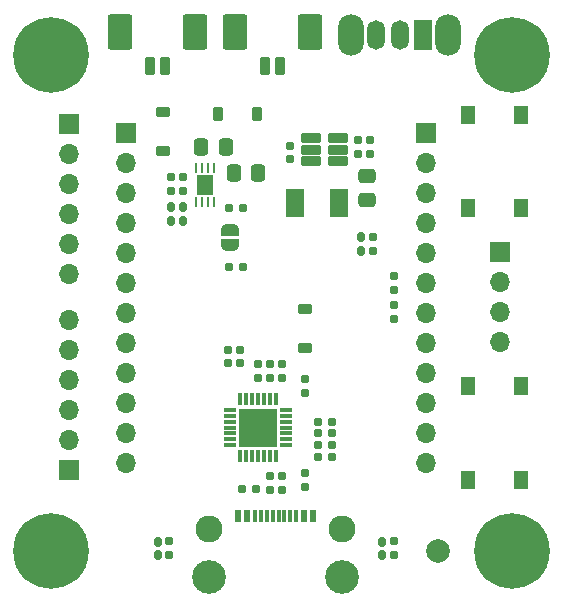
<source format=gbr>
%TF.GenerationSoftware,KiCad,Pcbnew,8.0.3*%
%TF.CreationDate,2024-10-16T20:56:53-05:00*%
%TF.ProjectId,BB-STM32 Dev Board,42422d53-544d-4333-9220-44657620426f,0*%
%TF.SameCoordinates,Original*%
%TF.FileFunction,Soldermask,Top*%
%TF.FilePolarity,Negative*%
%FSLAX46Y46*%
G04 Gerber Fmt 4.6, Leading zero omitted, Abs format (unit mm)*
G04 Created by KiCad (PCBNEW 8.0.3) date 2024-10-16 20:56:53*
%MOMM*%
%LPD*%
G01*
G04 APERTURE LIST*
G04 Aperture macros list*
%AMRoundRect*
0 Rectangle with rounded corners*
0 $1 Rounding radius*
0 $2 $3 $4 $5 $6 $7 $8 $9 X,Y pos of 4 corners*
0 Add a 4 corners polygon primitive as box body*
4,1,4,$2,$3,$4,$5,$6,$7,$8,$9,$2,$3,0*
0 Add four circle primitives for the rounded corners*
1,1,$1+$1,$2,$3*
1,1,$1+$1,$4,$5*
1,1,$1+$1,$6,$7*
1,1,$1+$1,$8,$9*
0 Add four rect primitives between the rounded corners*
20,1,$1+$1,$2,$3,$4,$5,0*
20,1,$1+$1,$4,$5,$6,$7,0*
20,1,$1+$1,$6,$7,$8,$9,0*
20,1,$1+$1,$8,$9,$2,$3,0*%
%AMFreePoly0*
4,1,19,0.500000,-0.750000,0.000000,-0.750000,0.000000,-0.744911,-0.071157,-0.744911,-0.207708,-0.704816,-0.327430,-0.627875,-0.420627,-0.520320,-0.479746,-0.390866,-0.500000,-0.250000,-0.500000,0.250000,-0.479746,0.390866,-0.420627,0.520320,-0.327430,0.627875,-0.207708,0.704816,-0.071157,0.744911,0.000000,0.744911,0.000000,0.750000,0.500000,0.750000,0.500000,-0.750000,0.500000,-0.750000,
$1*%
%AMFreePoly1*
4,1,19,0.000000,0.744911,0.071157,0.744911,0.207708,0.704816,0.327430,0.627875,0.420627,0.520320,0.479746,0.390866,0.500000,0.250000,0.500000,-0.250000,0.479746,-0.390866,0.420627,-0.520320,0.327430,-0.627875,0.207708,-0.704816,0.071157,-0.744911,0.000000,-0.744911,0.000000,-0.750000,-0.500000,-0.750000,-0.500000,0.750000,0.000000,0.750000,0.000000,0.744911,0.000000,0.744911,
$1*%
G04 Aperture macros list end*
%ADD10R,1.700000X1.700000*%
%ADD11O,1.700000X1.700000*%
%ADD12RoundRect,0.062500X-0.062500X0.337500X-0.062500X-0.337500X0.062500X-0.337500X0.062500X0.337500X0*%
%ADD13R,1.400000X1.700000*%
%ADD14R,1.500000X2.400000*%
%ADD15RoundRect,0.250000X-0.337500X-0.475000X0.337500X-0.475000X0.337500X0.475000X-0.337500X0.475000X0*%
%ADD16RoundRect,0.099250X-0.727750X-0.297750X0.727750X-0.297750X0.727750X0.297750X-0.727750X0.297750X0*%
%ADD17C,2.280000*%
%ADD18C,2.850000*%
%ADD19R,0.300000X1.100000*%
%ADD20R,0.600000X1.100000*%
%ADD21R,0.300000X1.000000*%
%ADD22R,1.000000X0.300000*%
%ADD23R,3.300000X3.300000*%
%ADD24O,1.500000X2.500000*%
%ADD25R,1.500000X2.500000*%
%ADD26O,2.200000X3.500000*%
%ADD27RoundRect,0.160000X0.160000X-0.197500X0.160000X0.197500X-0.160000X0.197500X-0.160000X-0.197500X0*%
%ADD28RoundRect,0.225000X-0.375000X0.225000X-0.375000X-0.225000X0.375000X-0.225000X0.375000X0.225000X0*%
%ADD29RoundRect,0.225000X-0.225000X-0.375000X0.225000X-0.375000X0.225000X0.375000X-0.225000X0.375000X0*%
%ADD30RoundRect,0.160000X-0.160000X0.197500X-0.160000X-0.197500X0.160000X-0.197500X0.160000X0.197500X0*%
%ADD31R,1.300000X1.550000*%
%ADD32RoundRect,0.160000X-0.160000X0.222500X-0.160000X-0.222500X0.160000X-0.222500X0.160000X0.222500X0*%
%ADD33RoundRect,0.155000X-0.212500X-0.155000X0.212500X-0.155000X0.212500X0.155000X-0.212500X0.155000X0*%
%ADD34RoundRect,0.160000X0.160000X-0.222500X0.160000X0.222500X-0.160000X0.222500X-0.160000X-0.222500X0*%
%ADD35RoundRect,0.200000X0.200000X0.600000X-0.200000X0.600000X-0.200000X-0.600000X0.200000X-0.600000X0*%
%ADD36RoundRect,0.250001X0.799999X1.249999X-0.799999X1.249999X-0.799999X-1.249999X0.799999X-1.249999X0*%
%ADD37C,2.000000*%
%ADD38RoundRect,0.155000X0.155000X-0.212500X0.155000X0.212500X-0.155000X0.212500X-0.155000X-0.212500X0*%
%ADD39RoundRect,0.155000X-0.155000X0.212500X-0.155000X-0.212500X0.155000X-0.212500X0.155000X0.212500X0*%
%ADD40C,3.600000*%
%ADD41C,6.400000*%
%ADD42RoundRect,0.160000X-0.197500X-0.160000X0.197500X-0.160000X0.197500X0.160000X-0.197500X0.160000X0*%
%ADD43FreePoly0,270.000000*%
%ADD44FreePoly1,270.000000*%
%ADD45RoundRect,0.250000X-0.475000X0.337500X-0.475000X-0.337500X0.475000X-0.337500X0.475000X0.337500X0*%
G04 APERTURE END LIST*
D10*
%TO.C,J9*%
X125300000Y-83560000D03*
D11*
X125300000Y-86100000D03*
X125300000Y-88640000D03*
X125300000Y-91180000D03*
X125300000Y-93720000D03*
X125300000Y-96260000D03*
X125300000Y-98800000D03*
X125300000Y-101340000D03*
X125300000Y-103880000D03*
X125300000Y-106420000D03*
X125300000Y-108960000D03*
X125300000Y-111500000D03*
%TD*%
D10*
%TO.C,J8*%
X150700000Y-83560000D03*
D11*
X150700000Y-86100000D03*
X150700000Y-88640000D03*
X150700000Y-91180000D03*
X150700000Y-93720000D03*
X150700000Y-96260000D03*
X150700000Y-98800000D03*
X150700000Y-101340000D03*
X150700000Y-103880000D03*
X150700000Y-106420000D03*
X150700000Y-108960000D03*
X150700000Y-111500000D03*
%TD*%
D12*
%TO.C,U1*%
X132750000Y-86550000D03*
X132250000Y-86550000D03*
X131750000Y-86550000D03*
X131250000Y-86550000D03*
X131250000Y-89450000D03*
X131750000Y-89450000D03*
X132250000Y-89450000D03*
X132750000Y-89450000D03*
D13*
X132000000Y-88000000D03*
%TD*%
D14*
%TO.C,L1*%
X139650000Y-89500000D03*
X143350000Y-89500000D03*
%TD*%
D15*
%TO.C,C13*%
X134462500Y-87000000D03*
X136537500Y-87000000D03*
%TD*%
%TO.C,C12*%
X131712500Y-84750000D03*
X133787500Y-84750000D03*
%TD*%
D16*
%TO.C,U2*%
X141000000Y-84050000D03*
X141000000Y-85000000D03*
X141000000Y-85950000D03*
X143310000Y-85950000D03*
X143310000Y-85000000D03*
X143310000Y-84050000D03*
%TD*%
D17*
%TO.C,J1*%
X143620000Y-117150000D03*
D18*
X143620000Y-121150000D03*
X132380000Y-121150000D03*
D17*
X132380000Y-117150000D03*
D19*
X136250000Y-116000000D03*
X137250000Y-116000000D03*
X138750000Y-116000000D03*
X139750000Y-116000000D03*
D20*
X141200000Y-116000000D03*
X140400000Y-116000000D03*
D19*
X139250000Y-116000000D03*
X138250000Y-116000000D03*
X137750000Y-116000000D03*
X136750000Y-116000000D03*
D20*
X135600000Y-116000000D03*
X134800000Y-116000000D03*
%TD*%
D21*
%TO.C,IC1*%
X138000000Y-106125000D03*
X137500000Y-106125000D03*
X137000000Y-106125000D03*
X136500000Y-106125000D03*
X136000000Y-106125000D03*
X135500000Y-106125000D03*
X135000000Y-106125000D03*
D22*
X134100000Y-107025000D03*
X134100000Y-107525000D03*
X134100000Y-108025000D03*
X134100000Y-108525000D03*
X134100000Y-109025000D03*
X134100000Y-109525000D03*
X134100000Y-110025000D03*
D21*
X135000000Y-110925000D03*
X135500000Y-110925000D03*
X136000000Y-110925000D03*
X136500000Y-110925000D03*
X137000000Y-110925000D03*
X137500000Y-110925000D03*
X138000000Y-110925000D03*
D22*
X138900000Y-110025000D03*
X138900000Y-109525000D03*
X138900000Y-109025000D03*
X138900000Y-108525000D03*
X138900000Y-108025000D03*
X138900000Y-107525000D03*
X138900000Y-107025000D03*
D23*
X136500000Y-108525000D03*
%TD*%
D24*
%TO.C,SW4*%
X146500000Y-75250000D03*
X148500000Y-75250000D03*
D25*
X150500000Y-75250000D03*
D26*
X144400000Y-75250000D03*
X152600000Y-75250000D03*
%TD*%
D27*
%TO.C,R21*%
X148000000Y-99347500D03*
X148000000Y-98152500D03*
%TD*%
%TO.C,R20*%
X148000000Y-96847500D03*
X148000000Y-95652500D03*
%TD*%
D28*
%TO.C,D8*%
X128500000Y-81850000D03*
X128500000Y-85150000D03*
%TD*%
%TO.C,D7*%
X140500707Y-98450707D03*
X140500707Y-101750707D03*
%TD*%
D29*
%TO.C,D4*%
X133100000Y-82000000D03*
X136400000Y-82000000D03*
%TD*%
D30*
%TO.C,R5*%
X137500000Y-112652500D03*
X137500000Y-113847500D03*
%TD*%
D31*
%TO.C,SW1*%
X158750000Y-105025000D03*
X158750000Y-112975000D03*
X154250000Y-105025000D03*
X154250000Y-112975000D03*
%TD*%
D32*
%TO.C,D6*%
X129150000Y-89852500D03*
X129150000Y-90997500D03*
%TD*%
D27*
%TO.C,R8*%
X136500000Y-104347500D03*
X136500000Y-103152500D03*
%TD*%
%TO.C,R12*%
X145000000Y-85347500D03*
X145000000Y-84152500D03*
%TD*%
D33*
%TO.C,C6*%
X141615000Y-111025000D03*
X142750000Y-111025000D03*
%TD*%
%TO.C,C1*%
X141615000Y-108025000D03*
X142750000Y-108025000D03*
%TD*%
D31*
%TO.C,SW2*%
X158750000Y-82025000D03*
X158750000Y-89975000D03*
X154250000Y-82025000D03*
X154250000Y-89975000D03*
%TD*%
D34*
%TO.C,D3*%
X145250000Y-93572500D03*
X145250000Y-92427500D03*
%TD*%
D35*
%TO.C,J6*%
X128625000Y-77900000D03*
X127375000Y-77900000D03*
D36*
X131175000Y-75000000D03*
X124825000Y-75000000D03*
%TD*%
D37*
%TO.C,TP1*%
X151750000Y-119000000D03*
%TD*%
D38*
%TO.C,C3*%
X134000000Y-103067500D03*
X134000000Y-101932500D03*
%TD*%
D34*
%TO.C,D5*%
X130150000Y-90997500D03*
X130150000Y-89852500D03*
%TD*%
D27*
%TO.C,R7*%
X137500000Y-104347500D03*
X137500000Y-103152500D03*
%TD*%
D39*
%TO.C,C7*%
X139250000Y-84682500D03*
X139250000Y-85817500D03*
%TD*%
D30*
%TO.C,R10*%
X148000000Y-118152500D03*
X148000000Y-119347500D03*
%TD*%
D27*
%TO.C,R17*%
X129150000Y-88522500D03*
X129150000Y-87327500D03*
%TD*%
D40*
%TO.C,H2*%
X158000000Y-77000000D03*
D41*
X158000000Y-77000000D03*
%TD*%
D42*
%TO.C,R19*%
X134052500Y-94925000D03*
X135247500Y-94925000D03*
%TD*%
%TO.C,R18*%
X134052500Y-89925000D03*
X135247500Y-89925000D03*
%TD*%
D10*
%TO.C,J2*%
X120475000Y-112160000D03*
D11*
X120475000Y-109620000D03*
X120475000Y-107080000D03*
X120475000Y-104540000D03*
X120475000Y-102000000D03*
X120475000Y-99460000D03*
%TD*%
D30*
%TO.C,R4*%
X138500000Y-112652500D03*
X138500000Y-113847500D03*
%TD*%
D27*
%TO.C,R16*%
X130150000Y-88522500D03*
X130150000Y-87327500D03*
%TD*%
D40*
%TO.C,H3*%
X119000000Y-119000000D03*
D41*
X119000000Y-119000000D03*
%TD*%
D35*
%TO.C,J7*%
X138375000Y-77900000D03*
X137125000Y-77900000D03*
D36*
X140925000Y-75000000D03*
X134575000Y-75000000D03*
%TD*%
D33*
%TO.C,C5*%
X141615000Y-110025000D03*
X142750000Y-110025000D03*
%TD*%
%TO.C,C2*%
X141615000Y-109025000D03*
X142750000Y-109025000D03*
%TD*%
D11*
%TO.C,J5*%
X157025000Y-101320000D03*
X157025000Y-98780000D03*
X157025000Y-96240000D03*
D10*
X157025000Y-93700000D03*
%TD*%
D30*
%TO.C,R11*%
X146000000Y-84152500D03*
X146000000Y-85347500D03*
%TD*%
D27*
%TO.C,R15*%
X146250000Y-93597500D03*
X146250000Y-92402500D03*
%TD*%
D40*
%TO.C,H4*%
X158000000Y-119000000D03*
D41*
X158000000Y-119000000D03*
%TD*%
D27*
%TO.C,R9*%
X129000000Y-119347500D03*
X129000000Y-118152500D03*
%TD*%
D43*
%TO.C,JP1*%
X134150000Y-91775000D03*
D44*
X134150000Y-93075000D03*
%TD*%
D34*
%TO.C,D1*%
X128000000Y-119322500D03*
X128000000Y-118177500D03*
%TD*%
D40*
%TO.C,H1*%
X119000000Y-77000000D03*
D41*
X119000000Y-77000000D03*
%TD*%
D27*
%TO.C,R6*%
X138500000Y-104347500D03*
X138500000Y-103152500D03*
%TD*%
D38*
%TO.C,C4*%
X135000000Y-103067500D03*
X135000000Y-101932500D03*
%TD*%
D10*
%TO.C,J3*%
X120500000Y-82800000D03*
D11*
X120500000Y-85340000D03*
X120500000Y-87880000D03*
X120500000Y-90420000D03*
X120500000Y-92960000D03*
X120500000Y-95500000D03*
%TD*%
D34*
%TO.C,D2*%
X147000000Y-119322500D03*
X147000000Y-118177500D03*
%TD*%
D42*
%TO.C,R1*%
X135152500Y-113750000D03*
X136347500Y-113750000D03*
%TD*%
D27*
%TO.C,R2*%
X140500000Y-113597500D03*
X140500000Y-112402500D03*
%TD*%
D30*
%TO.C,R3*%
X140500000Y-104401500D03*
X140500000Y-105596500D03*
%TD*%
D45*
%TO.C,C8*%
X145750000Y-87212500D03*
X145750000Y-89287500D03*
%TD*%
M02*

</source>
